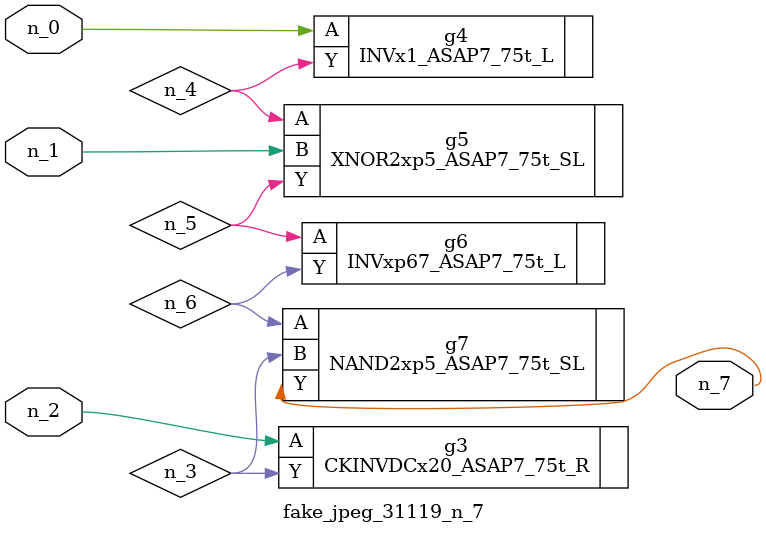
<source format=v>
module fake_jpeg_31119_n_7 (n_0, n_2, n_1, n_7);

input n_0;
input n_2;
input n_1;

output n_7;

wire n_3;
wire n_4;
wire n_6;
wire n_5;

CKINVDCx20_ASAP7_75t_R g3 ( 
.A(n_2),
.Y(n_3)
);

INVx1_ASAP7_75t_L g4 ( 
.A(n_0),
.Y(n_4)
);

XNOR2xp5_ASAP7_75t_SL g5 ( 
.A(n_4),
.B(n_1),
.Y(n_5)
);

INVxp67_ASAP7_75t_L g6 ( 
.A(n_5),
.Y(n_6)
);

NAND2xp5_ASAP7_75t_SL g7 ( 
.A(n_6),
.B(n_3),
.Y(n_7)
);


endmodule
</source>
